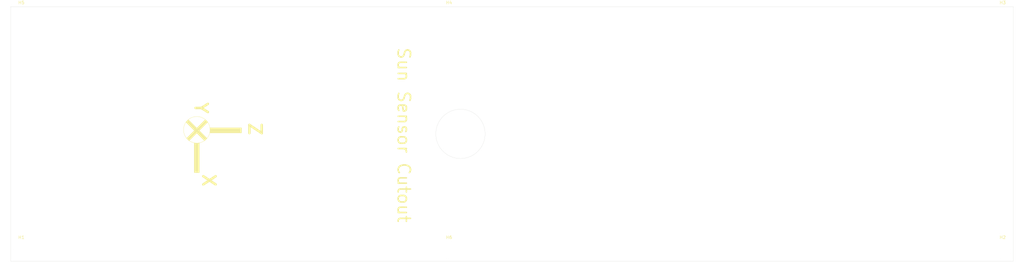
<source format=kicad_pcb>
(kicad_pcb (version 20240108) (generator "pcbnew") (generator_version "8.0")
  (layers (0 "F.Cu" signal) (31 "B.Cu" signal) (34 "B.Paste" user) (35 "F.Paste" user) (36 "B.SilkS" user "B.Silkscreen") (37 "F.SilkS" user "F.Silkscreen") (38 "B.Mask" user) (39 "F.Mask" user) (44 "Edge.Cuts" user))
  (net 0 "")
  (footprint "MountingHole:MountingHole_3.5mm" (layer "F.Cu") (at 201.64 117.22)
    (property "Reference" "H6" (at 0 -4.5 0) (layer "F.SilkS"))
    (property "Value" "MountingHole_Pad")
    (pad "" np_thru_hole circle (at 0 0) (size 3.5 3.5) (drill 3.5) (layers "F&B.Cu" "*.Mask"))
  )
  (footprint "MountingHole:MountingHole_3.5mm" (layer "F.Cu") (at 381.33 117.22)
    (property "Reference" "H2" (at 0 -4.5 0) (layer "F.SilkS"))
    (property "Value" "MountingHole_Pad")
    (pad "" np_thru_hole circle (at 0 0) (size 3.5 3.5) (drill 3.5) (layers "F&B.Cu" "*.Mask"))
  )
  (footprint "MountingHole:MountingHole_3.5mm" (layer "F.Cu") (at 62.83 117.22)
    (property "Reference" "H1" (at 0 -4.5 0) (layer "F.SilkS"))
    (property "Value" "MountingHole_Pad")
    (pad "" np_thru_hole circle (at 0 0) (size 3.5 3.5) (drill 3.5) (layers "F&B.Cu" "*.Mask"))
  )
  (footprint "MountingHole:MountingHole_3.5mm" (layer "F.Cu") (at 62.83 41.02)
    (property "Reference" "H5" (at 0 -4.5 0) (layer "F.SilkS"))
    (property "Value" "MountingHole_Pad")
    (pad "" np_thru_hole circle (at 0 0) (size 3.5 3.5) (drill 3.5) (layers "F&B.Cu" "*.Mask"))
  )
  (footprint "MountingHole:MountingHole_3.5mm" (layer "F.Cu") (at 381.33 41.02)
    (property "Reference" "H3" (at 0 -4.5 0) (layer "F.SilkS"))
    (property "Value" "MountingHole_Pad")
    (pad "" np_thru_hole circle (at 0 0) (size 3.5 3.5) (drill 3.5) (layers "F&B.Cu" "*.Mask"))
  )
  (footprint "MountingHole:MountingHole_3.5mm" (layer "F.Cu") (at 201.64 41.02)
    (property "Reference" "H4" (at 0 -4.5 0) (layer "F.SilkS"))
    (property "Value" "MountingHole_Pad")
    (pad "" np_thru_hole circle (at 0 0) (size 3.5 3.5) (drill 3.5) (layers "F&B.Cu" "*.Mask"))
  )
  (gr_poly (pts (xy 116.25 75.37) (xy 116.25 75.29) (xy 117.04 74.5) (xy 123.1 80.56) (xy 122.27 81.39)) (stroke (width 0.05)) (fill solid) (layer "F.SilkS"))
  (gr_circle (center 119.78 77.8) (end 122.83 80.85) (stroke (width 0.1)) (fill none) (layer "F.SilkS"))
  (gr_rect (start 124.07 77.155) (end 134.29 78.825) (stroke (width 0.1)) (fill solid) (layer "F.SilkS"))
  (gr_poly (pts (xy 117.32 81.32) (xy 117.24 81.32) (xy 116.45 80.53) (xy 122.51 74.47) (xy 123.34 75.3)) (stroke (width 0.05)) (fill solid) (layer "F.SilkS"))
  (gr_rect (start 118.935 82.14) (end 120.605 91.7) (stroke (width 0.1)) (fill solid) (layer "F.SilkS"))
  (gr_rect (start 59.33 37.82) (end 384.83 120.42) (stroke (width 0.05)) (fill none) (layer "Edge.Cuts"))
  (gr_circle (center 205.35 79.12) (end 213.35 79.12) (stroke (width 0.05)) (fill none) (layer "Edge.Cuts"))
  (gr_text "X" (at 121.35 91.77 270) (layer "F.SilkS") (effects (font (size 4 4) (thickness 0.8) (bold yes)) (justify left bottom)))
  (gr_text "Y" (at 118.83 68.47 270) (layer "F.SilkS") (effects (font (size 4 4) (thickness 0.8) (bold yes)) (justify left bottom)))
  (gr_text "Sun Sensor Cutout" (at 184.62 50.79 270) (layer "F.SilkS") (effects (font (size 4 4) (thickness 0.5)) (justify left bottom)))
  (gr_text "Z" (at 136.32 75.12 270) (layer "F.SilkS") (effects (font (size 4 4) (thickness 0.8) (bold yes)) (justify left bottom)))
)
</source>
